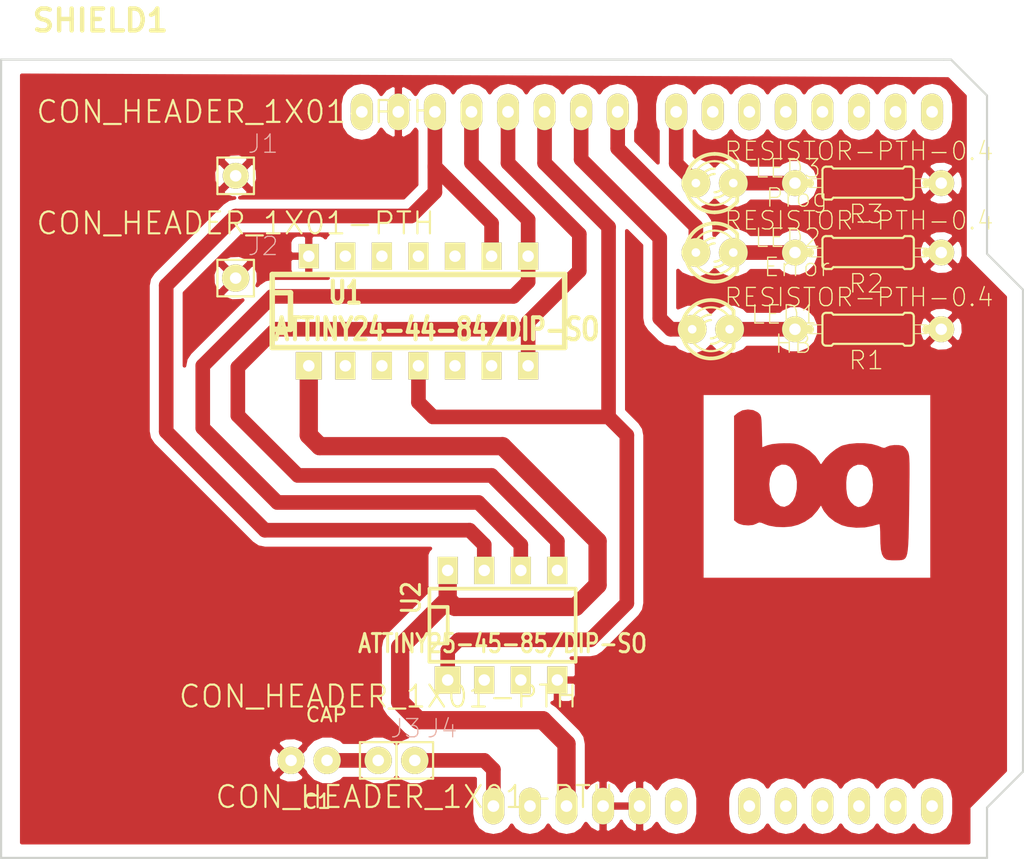
<source format=kicad_pcb>
(kicad_pcb (version 3) (host pcbnew "(2013-jul-07)-stable")

  (general
    (links 28)
    (no_connects 1)
    (area 17.204267 56.2356 90.073338 115.82)
    (thickness 1.6)
    (drawings 10)
    (tracks 83)
    (zones 0)
    (modules 15)
    (nets 15)
  )

  (page A3)
  (layers
    (15 F.Cu signal)
    (0 B.Cu signal)
    (16 B.Adhes user)
    (17 F.Adhes user)
    (18 B.Paste user)
    (19 F.Paste user)
    (20 B.SilkS user)
    (21 F.SilkS user)
    (22 B.Mask user)
    (23 F.Mask user)
    (24 Dwgs.User user)
    (25 Cmts.User user)
    (26 Eco1.User user)
    (27 Eco2.User user)
    (28 Edge.Cuts user)
  )

  (setup
    (last_trace_width 1.016)
    (trace_clearance 0.635)
    (zone_clearance 0.0254)
    (zone_45_only no)
    (trace_min 1.016)
    (segment_width 0.2)
    (edge_width 0.15)
    (via_size 0.889)
    (via_drill 0.635)
    (via_min_size 0.889)
    (via_min_drill 0.508)
    (uvia_size 0.508)
    (uvia_drill 0.127)
    (uvias_allowed no)
    (uvia_min_size 0.508)
    (uvia_min_drill 0.127)
    (pcb_text_width 0.3)
    (pcb_text_size 1 1)
    (mod_edge_width 0.15)
    (mod_text_size 1 1)
    (mod_text_width 0.15)
    (pad_size 1.4 1.7)
    (pad_drill 0.8)
    (pad_to_mask_clearance 0)
    (aux_axis_origin 0 0)
    (visible_elements FFFFFFAF)
    (pcbplotparams
      (layerselection 32768)
      (usegerberextensions true)
      (excludeedgelayer true)
      (linewidth 0.150000)
      (plotframeref false)
      (viasonmask false)
      (mode 1)
      (useauxorigin false)
      (hpglpennumber 1)
      (hpglpenspeed 20)
      (hpglpendiameter 15)
      (hpglpenoverlay 2)
      (psnegative false)
      (psa4output false)
      (plotreference true)
      (plotvalue true)
      (plotothertext true)
      (plotinvisibletext false)
      (padsonsilk false)
      (subtractmaskfromsilk false)
      (outputformat 1)
      (mirror false)
      (drillshape 0)
      (scaleselection 1)
      (outputdirectory "/home/luis-diaz/Escritorio/pcbs/programador attiny/gerber/"))
  )

  (net 0 "")
  (net 1 N-000001)
  (net 2 N-0000010)
  (net 3 N-0000011)
  (net 4 N-0000012)
  (net 5 N-0000013)
  (net 6 N-0000014)
  (net 7 N-000003)
  (net 8 N-000004)
  (net 9 N-000006)
  (net 10 N-000007)
  (net 11 N-000008)
  (net 12 N-000009)
  (net 13 gnd)
  (net 14 vcc)

  (net_class Default "This is the default net class."
    (clearance 0.635)
    (trace_width 1.016)
    (via_dia 0.889)
    (via_drill 0.635)
    (uvia_dia 0.508)
    (uvia_drill 0.127)
    (add_net "")
    (add_net N-000001)
    (add_net N-0000010)
    (add_net N-0000011)
    (add_net N-0000012)
    (add_net N-0000013)
    (add_net N-0000014)
    (add_net N-000003)
    (add_net N-000004)
    (add_net N-000006)
    (add_net N-000007)
    (add_net N-000008)
    (add_net N-000009)
    (add_net gnd)
  )

  (net_class vcc ""
    (clearance 0.635)
    (trace_width 1.27)
    (via_dia 0.889)
    (via_drill 0.635)
    (uvia_dia 0.508)
    (uvia_drill 0.127)
    (add_net vcc)
  )

  (module DIP-14__300 (layer F.Cu) (tedit 54DC5BAD) (tstamp 54DB3CC5)
    (at 41.998 29.978)
    (descr "14 pins DIL package, round pads")
    (tags DIL)
    (path /54CB94AC)
    (fp_text reference U1 (at -5.08 -1.27) (layer F.SilkS)
      (effects (font (size 1.524 1.143) (thickness 0.3048)))
    )
    (fp_text value ATTINY24-44-84/DIP-SO (at 1.27 1.27) (layer F.SilkS)
      (effects (font (size 1.524 1.143) (thickness 0.3048)))
    )
    (fp_line (start -10.16 -2.54) (end 10.16 -2.54) (layer F.SilkS) (width 0.381))
    (fp_line (start 10.16 2.54) (end -10.16 2.54) (layer F.SilkS) (width 0.381))
    (fp_line (start -10.16 2.54) (end -10.16 -2.54) (layer F.SilkS) (width 0.381))
    (fp_line (start -10.16 -1.27) (end -8.89 -1.27) (layer F.SilkS) (width 0.381))
    (fp_line (start -8.89 -1.27) (end -8.89 1.27) (layer F.SilkS) (width 0.381))
    (fp_line (start -8.89 1.27) (end -10.16 1.27) (layer F.SilkS) (width 0.381))
    (fp_line (start 10.16 -2.54) (end 10.16 2.54) (layer F.SilkS) (width 0.381))
    (pad 1 thru_hole rect (at -7.62 3.81) (size 1.8 1.9) (drill 0.8)
      (layers *.Cu *.Mask F.SilkS)
      (net 14 vcc)
    )
    (pad 2 thru_hole rect (at -5.08 3.81) (size 1.4 1.9) (drill 0.8)
      (layers *.Cu *.Mask F.SilkS)
    )
    (pad 3 thru_hole rect (at -2.54 3.81) (size 1.4 1.9) (drill 0.8)
      (layers *.Cu *.Mask F.SilkS)
    )
    (pad 4 thru_hole rect (at 0 3.81) (size 1.4 1.9) (drill 0.8)
      (layers *.Cu *.Mask F.SilkS)
      (net 3 N-0000011)
    )
    (pad 5 thru_hole rect (at 2.54 3.81) (size 1.4 1.9) (drill 0.8)
      (layers *.Cu *.Mask F.SilkS)
    )
    (pad 6 thru_hole rect (at 5.08 3.81) (size 1.4 1.9) (drill 0.8)
      (layers *.Cu *.Mask F.SilkS)
    )
    (pad 7 thru_hole rect (at 7.62 3.81) (size 1.4 1.9) (drill 0.8)
      (layers *.Cu *.Mask F.SilkS)
      (net 4 N-0000012)
    )
    (pad 8 thru_hole rect (at 7.62 -3.81) (size 1.4 1.9) (drill 0.8)
      (layers *.Cu *.Mask F.SilkS)
      (net 6 N-0000014)
    )
    (pad 9 thru_hole rect (at 5.08 -3.81) (size 1.4 1.9) (drill 0.8)
      (layers *.Cu *.Mask F.SilkS)
      (net 5 N-0000013)
    )
    (pad 10 thru_hole rect (at 2.54 -3.81) (size 1.4 1.9) (drill 0.8)
      (layers *.Cu *.Mask F.SilkS)
    )
    (pad 11 thru_hole rect (at 0 -3.81) (size 1.4 1.9) (drill 0.8)
      (layers *.Cu *.Mask F.SilkS)
    )
    (pad 12 thru_hole rect (at -2.54 -3.81) (size 1.4 1.9) (drill 0.8)
      (layers *.Cu *.Mask F.SilkS)
    )
    (pad 13 thru_hole rect (at -5.08 -3.81) (size 1.4 1.9) (drill 0.8)
      (layers *.Cu *.Mask F.SilkS)
    )
    (pad 14 thru_hole rect (at -7.62 -3.81) (size 1.4 1.7) (drill 0.8)
      (layers *.Cu *.Mask F.SilkS)
      (net 13 gnd)
    )
    (model dil/dil_14.wrl
      (at (xyz 0 0 0))
      (scale (xyz 1 1 1))
      (rotate (xyz 0 0 0))
    )
  )

  (module dp_devices-M1X1 (layer F.Cu) (tedit 54DC5968) (tstamp 54DB3C87)
    (at 29.298 20.58)
    (path /54CB811C)
    (attr virtual)
    (fp_text reference J1 (at 1.905 -2.2225) (layer B.SilkS)
      (effects (font (size 1.27 1.27) (thickness 0.0889)))
    )
    (fp_text value CON_HEADER_1X01-PTH (at 0 -4.445) (layer F.SilkS)
      (effects (font (size 1.524 1.524) (thickness 0.15)))
    )
    (fp_line (start -1.27 -1.27) (end 1.27 -1.27) (layer F.SilkS) (width 0.1524))
    (fp_line (start 1.27 -1.27) (end 1.27 1.27) (layer F.SilkS) (width 0.1524))
    (fp_line (start 1.27 1.27) (end -1.27 1.27) (layer F.SilkS) (width 0.1524))
    (fp_line (start -1.27 1.27) (end -1.27 -1.27) (layer F.SilkS) (width 0.1524))
    (pad 1 thru_hole circle (at 0 0) (size 1.8 1.8) (drill 0.8)
      (layers *.Cu F.Paste F.SilkS F.Mask)
      (net 13 gnd)
    )
  )

  (module dp_devices-M1X1 (layer F.Cu) (tedit 54DC594E) (tstamp 54DB3C7E)
    (at 29.298 27.692)
    (path /54CB80BA)
    (attr virtual)
    (fp_text reference J2 (at 1.905 -2.2225) (layer B.SilkS)
      (effects (font (size 1.27 1.27) (thickness 0.0889)))
    )
    (fp_text value CON_HEADER_1X01-PTH (at 0 -3.81) (layer F.SilkS)
      (effects (font (size 1.524 1.524) (thickness 0.15)))
    )
    (fp_line (start -1.27 -1.27) (end 1.27 -1.27) (layer F.SilkS) (width 0.1524))
    (fp_line (start 1.27 -1.27) (end 1.27 1.27) (layer F.SilkS) (width 0.1524))
    (fp_line (start 1.27 1.27) (end -1.27 1.27) (layer F.SilkS) (width 0.1524))
    (fp_line (start -1.27 1.27) (end -1.27 -1.27) (layer F.SilkS) (width 0.1524))
    (pad 1 thru_hole circle (at 0 0) (size 1.9 1.9) (drill 0.8)
      (layers *.Cu F.Paste F.SilkS F.Mask)
      (net 13 gnd)
    )
  )

  (module Cap_troughHole (layer F.Cu) (tedit 54DC5927) (tstamp 54DB4308)
    (at 35.648 61.22 180)
    (path /54DB4363)
    (fp_text reference C1 (at 0.7 -2.85 180) (layer F.SilkS)
      (effects (font (size 1 1) (thickness 0.15)))
    )
    (fp_text value CAP (at 0.05 3.175 180) (layer F.SilkS)
      (effects (font (size 1 1) (thickness 0.15)))
    )
    (pad 1 thru_hole circle (at 0 0 180) (size 1.9 1.9) (drill 0.8)
      (layers *.Cu *.Mask F.SilkS)
      (net 12 N-000009)
    )
    (pad 2 thru_hole circle (at 2.5 0 180) (size 1.9 1.9) (drill 0.8)
      (layers *.Cu *.Mask F.SilkS)
      (net 13 gnd)
    )
  )

  (module dp_devices-M1X1 (layer F.Cu) (tedit 54DC590A) (tstamp 54DB3DA7)
    (at 39.204 61.22)
    (path /54DB3D80)
    (attr virtual)
    (fp_text reference J3 (at 1.905 -2.2225) (layer B.SilkS)
      (effects (font (size 1.27 1.27) (thickness 0.0889)))
    )
    (fp_text value CON_HEADER_1X01-PTH (at 0 -4.445) (layer F.SilkS)
      (effects (font (size 1.524 1.524) (thickness 0.15)))
    )
    (fp_line (start -1.27 -1.27) (end 1.27 -1.27) (layer F.SilkS) (width 0.1524))
    (fp_line (start 1.27 -1.27) (end 1.27 1.27) (layer F.SilkS) (width 0.1524))
    (fp_line (start 1.27 1.27) (end -1.27 1.27) (layer F.SilkS) (width 0.1524))
    (fp_line (start -1.27 1.27) (end -1.27 -1.27) (layer F.SilkS) (width 0.1524))
    (pad 1 thru_hole circle (at 0 0) (size 1.9 1.9) (drill 0.8)
      (layers *.Cu F.Paste F.SilkS F.Mask)
      (net 12 N-000009)
    )
  )

  (module dp_devices-M1X1 (layer F.Cu) (tedit 54DC58C0) (tstamp 54DB3DB0)
    (at 41.744 61.22)
    (path /54DB3D86)
    (attr virtual)
    (fp_text reference J4 (at 1.905 -2.2225) (layer B.SilkS)
      (effects (font (size 1.27 1.27) (thickness 0.0889)))
    )
    (fp_text value CON_HEADER_1X01-PTH (at 0 2.54) (layer F.SilkS)
      (effects (font (size 1.524 1.524) (thickness 0.15)))
    )
    (fp_line (start -1.27 -1.27) (end 1.27 -1.27) (layer F.SilkS) (width 0.1524))
    (fp_line (start 1.27 -1.27) (end 1.27 1.27) (layer F.SilkS) (width 0.1524))
    (fp_line (start 1.27 1.27) (end -1.27 1.27) (layer F.SilkS) (width 0.1524))
    (fp_line (start -1.27 1.27) (end -1.27 -1.27) (layer F.SilkS) (width 0.1524))
    (pad 1 thru_hole circle (at 0 0) (size 1.9 1.9) (drill 0.8)
      (layers *.Cu F.Paste F.SilkS F.Mask)
      (net 2 N-0000010)
    )
  )

  (module DIP-8__300 (layer F.Cu) (tedit 54DC582C) (tstamp 54DB3C40)
    (at 47.84 51.822)
    (descr "8 pins DIL package, round pads")
    (tags DIL)
    (path /54CB3D03)
    (fp_text reference U2 (at -6.35 -1.905 90) (layer F.SilkS)
      (effects (font (size 1.27 1.143) (thickness 0.2032)))
    )
    (fp_text value ATTINY25-45-85/DIP-SO (at 0 1.27) (layer F.SilkS)
      (effects (font (size 1.27 1.016) (thickness 0.2032)))
    )
    (fp_line (start -5.08 -1.27) (end -3.81 -1.27) (layer F.SilkS) (width 0.254))
    (fp_line (start -3.81 -1.27) (end -3.81 1.27) (layer F.SilkS) (width 0.254))
    (fp_line (start -3.81 1.27) (end -5.08 1.27) (layer F.SilkS) (width 0.254))
    (fp_line (start -5.08 -2.54) (end 5.08 -2.54) (layer F.SilkS) (width 0.254))
    (fp_line (start 5.08 -2.54) (end 5.08 2.54) (layer F.SilkS) (width 0.254))
    (fp_line (start 5.08 2.54) (end -5.08 2.54) (layer F.SilkS) (width 0.254))
    (fp_line (start -5.08 2.54) (end -5.08 -2.54) (layer F.SilkS) (width 0.254))
    (pad 1 thru_hole rect (at -3.81 3.81) (size 1.8 1.9) (drill 0.8)
      (layers *.Cu *.Mask F.SilkS)
      (net 3 N-0000011)
    )
    (pad 2 thru_hole rect (at -1.27 3.81) (size 1.4 1.9) (drill 0.8)
      (layers *.Cu *.Mask F.SilkS)
    )
    (pad 3 thru_hole rect (at 1.27 3.81) (size 1.4 1.9) (drill 0.8)
      (layers *.Cu *.Mask F.SilkS)
    )
    (pad 4 thru_hole rect (at 3.81 3.81) (size 1.4 1.9) (drill 0.8)
      (layers *.Cu *.Mask F.SilkS)
      (net 13 gnd)
    )
    (pad 5 thru_hole rect (at 3.81 -3.81) (size 1.4 1.9) (drill 0.8)
      (layers *.Cu *.Mask F.SilkS)
      (net 4 N-0000012)
    )
    (pad 6 thru_hole rect (at 1.27 -3.81) (size 1.4 1.9) (drill 0.8)
      (layers *.Cu *.Mask F.SilkS)
      (net 6 N-0000014)
    )
    (pad 7 thru_hole rect (at -1.27 -3.81) (size 1.4 1.9) (drill 0.8)
      (layers *.Cu *.Mask F.SilkS)
      (net 5 N-0000013)
    )
    (pad 8 thru_hole rect (at -3.81 -3.81) (size 1.4 1.9) (drill 0.8)
      (layers *.Cu *.Mask F.SilkS)
      (net 14 vcc)
    )
    (model dil/dil_8.wrl
      (at (xyz 0 0 0))
      (scale (xyz 1 1 1))
      (rotate (xyz 0 0 0))
    )
  )

  (module ARDUINO_SHIELD_2 (layer F.Cu) (tedit 4DE3FAAE) (tstamp 54DC5909)
    (at 14.185 66.935)
    (path /54CB3EE3)
    (fp_text reference SHIELD1 (at 5.715 -57.15) (layer F.SilkS)
      (effects (font (size 1.524 1.524) (thickness 0.3048)))
    )
    (fp_text value ARDUINO_SHIELD (at 10.16 -54.61) (layer F.SilkS) hide
      (effects (font (size 1.524 1.524) (thickness 0.3048)))
    )
    (fp_line (start 0 -44.45) (end 10.16 -44.45) (layer Dwgs.User) (width 0.381))
    (fp_line (start 10.16 -44.45) (end 10.16 -31.75) (layer Dwgs.User) (width 0.381))
    (fp_line (start 10.16 -31.75) (end 0 -31.75) (layer Dwgs.User) (width 0.381))
    (fp_line (start 12.7 -4.318) (end 0 -4.318) (layer Dwgs.User) (width 0.381))
    (fp_line (start 0 -12.7) (end 12.7 -12.7) (layer Dwgs.User) (width 0.381))
    (fp_line (start 12.7 -12.7) (end 12.7 -4.572) (layer Dwgs.User) (width 0.381))
    (fp_circle (center 13.97 -2.54) (end 16.002 -1.524) (layer Dwgs.User) (width 0.381))
    (fp_circle (center 15.24 -50.8) (end 16.764 -49.276) (layer Dwgs.User) (width 0.381))
    (fp_circle (center 66.04 -7.62) (end 67.31 -6.096) (layer Dwgs.User) (width 0.381))
    (fp_circle (center 66.04 -35.56) (end 67.31 -34.036) (layer Dwgs.User) (width 0.381))
    (fp_line (start 66.04 -40.64) (end 66.04 -52.07) (layer Dwgs.User) (width 0.381))
    (fp_line (start 66.04 -52.07) (end 64.77 -53.34) (layer Dwgs.User) (width 0.381))
    (fp_line (start 64.77 -53.34) (end 0 -53.34) (layer Dwgs.User) (width 0.381))
    (fp_line (start 66.04 0) (end 0 0) (layer Dwgs.User) (width 0.381))
    (fp_line (start 0 0) (end 0 -53.34) (layer Dwgs.User) (width 0.381))
    (fp_line (start 66.04 -40.64) (end 68.58 -38.1) (layer Dwgs.User) (width 0.381))
    (fp_line (start 68.58 -38.1) (end 68.58 -5.08) (layer Dwgs.User) (width 0.381))
    (fp_line (start 68.58 -5.08) (end 66.04 -2.54) (layer Dwgs.User) (width 0.381))
    (fp_line (start 66.04 -2.54) (end 66.04 0) (layer Dwgs.User) (width 0.381))
    (pad AD5 thru_hole oval (at 63.5 -2.54 90) (size 2.54 1.524) (drill 0.8128)
      (layers *.Cu *.Mask F.SilkS)
    )
    (pad AD4 thru_hole oval (at 60.96 -2.54 90) (size 2.54 1.524) (drill 0.8128)
      (layers *.Cu *.Mask F.SilkS)
    )
    (pad AD3 thru_hole oval (at 58.42 -2.54 90) (size 2.54 1.524) (drill 0.8128)
      (layers *.Cu *.Mask F.SilkS)
    )
    (pad AD0 thru_hole oval (at 50.8 -2.54 90) (size 2.54 1.524) (drill 0.8128)
      (layers *.Cu *.Mask F.SilkS)
    )
    (pad AD1 thru_hole oval (at 53.34 -2.54 90) (size 2.54 1.524) (drill 0.8128)
      (layers *.Cu *.Mask F.SilkS)
    )
    (pad AD2 thru_hole oval (at 55.88 -2.54 90) (size 2.54 1.524) (drill 0.8128)
      (layers *.Cu *.Mask F.SilkS)
    )
    (pad V_IN thru_hole oval (at 45.72 -2.54 90) (size 2.54 1.524) (drill 0.8128)
      (layers *.Cu *.Mask F.SilkS)
    )
    (pad GND2 thru_hole oval (at 43.18 -2.54 90) (size 2.54 1.524) (drill 0.8128)
      (layers *.Cu *.Mask F.SilkS)
      (net 13 gnd)
    )
    (pad GND1 thru_hole oval (at 40.64 -2.54 90) (size 2.54 1.524) (drill 0.8128)
      (layers *.Cu *.Mask F.SilkS)
      (net 13 gnd)
    )
    (pad 3V3 thru_hole oval (at 35.56 -2.54 90) (size 2.54 1.524) (drill 0.8128)
      (layers *.Cu *.Mask F.SilkS)
    )
    (pad RST thru_hole oval (at 33.02 -2.54 90) (size 2.54 1.524) (drill 0.8128)
      (layers *.Cu *.Mask F.SilkS)
      (net 2 N-0000010)
    )
    (pad 0 thru_hole oval (at 63.5 -50.8 90) (size 2.54 1.524) (drill 0.8128)
      (layers *.Cu *.Mask F.SilkS)
    )
    (pad 1 thru_hole oval (at 60.96 -50.8 90) (size 2.54 1.524) (drill 0.8128)
      (layers *.Cu *.Mask F.SilkS)
    )
    (pad 2 thru_hole oval (at 58.42 -50.8 90) (size 2.54 1.524) (drill 0.8128)
      (layers *.Cu *.Mask F.SilkS)
    )
    (pad 3 thru_hole oval (at 55.88 -50.8 90) (size 2.54 1.524) (drill 0.8128)
      (layers *.Cu *.Mask F.SilkS)
    )
    (pad 4 thru_hole oval (at 53.34 -50.8 90) (size 2.54 1.524) (drill 0.8128)
      (layers *.Cu *.Mask F.SilkS)
    )
    (pad 5 thru_hole oval (at 50.8 -50.8 90) (size 2.54 1.524) (drill 0.8128)
      (layers *.Cu *.Mask F.SilkS)
    )
    (pad 6 thru_hole oval (at 48.26 -50.8 90) (size 2.54 1.524) (drill 0.8128)
      (layers *.Cu *.Mask F.SilkS)
    )
    (pad 7 thru_hole oval (at 45.72 -50.8 90) (size 2.54 1.524) (drill 0.8128)
      (layers *.Cu *.Mask F.SilkS)
      (net 8 N-000004)
    )
    (pad 8 thru_hole oval (at 41.656 -50.8 90) (size 2.54 1.524) (drill 0.8128)
      (layers *.Cu *.Mask F.SilkS)
      (net 7 N-000003)
    )
    (pad 9 thru_hole oval (at 39.116 -50.8 90) (size 2.54 1.524) (drill 0.8128)
      (layers *.Cu *.Mask F.SilkS)
      (net 1 N-000001)
    )
    (pad 10 thru_hole oval (at 36.576 -50.8 90) (size 2.54 1.524) (drill 0.8128)
      (layers *.Cu *.Mask F.SilkS)
      (net 3 N-0000011)
    )
    (pad 11 thru_hole oval (at 34.036 -50.8 90) (size 2.54 1.524) (drill 0.8128)
      (layers *.Cu *.Mask F.SilkS)
      (net 4 N-0000012)
    )
    (pad 12 thru_hole oval (at 31.496 -50.8 90) (size 2.54 1.524) (drill 0.8128)
      (layers *.Cu *.Mask F.SilkS)
      (net 6 N-0000014)
    )
    (pad 13 thru_hole oval (at 28.956 -50.8 90) (size 2.54 1.524) (drill 0.8128)
      (layers *.Cu *.Mask F.SilkS)
      (net 5 N-0000013)
    )
    (pad GND3 thru_hole oval (at 26.416 -50.8 90) (size 2.54 1.524) (drill 0.8128)
      (layers *.Cu *.Mask F.SilkS)
      (net 13 gnd)
    )
    (pad AREF thru_hole oval (at 23.876 -50.8 90) (size 2.54 1.524) (drill 0.8128)
      (layers *.Cu *.Mask F.SilkS)
    )
    (pad 5V thru_hole oval (at 38.1 -2.54 90) (size 2.54 1.524) (drill 0.8128)
      (layers *.Cu *.Mask F.SilkS)
      (net 14 vcc)
    )
  )

  (module Led_3mm_bigger_pads (layer F.Cu) (tedit 54D9E15F) (tstamp 54DB3BFB)
    (at 62.572 21.088)
    (path /54DB1460)
    (attr virtual)
    (fp_text reference LED3 (at 5.08 -1.016) (layer F.SilkS)
      (effects (font (size 1.27 1.27) (thickness 0.0889)))
    )
    (fp_text value Prog (at 5.715 1.016) (layer F.SilkS)
      (effects (font (size 1.27 1.27) (thickness 0.0889)))
    )
    (fp_line (start 1.5748 1.27) (end 1.5748 -1.27) (layer F.SilkS) (width 0.254))
    (fp_arc (start 0 0) (end -1.524 0) (angle 39.8) (layer F.SilkS) (width 0.1524))
    (fp_arc (start 0 0) (end -1.13792 1.01092) (angle 41.6) (layer F.SilkS) (width 0.1524))
    (fp_arc (start 0 0) (end 1.1557 -0.9906) (angle 40.6) (layer F.SilkS) (width 0.1524))
    (fp_arc (start 0 0) (end 1.524 0) (angle 39.8) (layer F.SilkS) (width 0.1524))
    (fp_arc (start 0 0) (end 0 -1.524) (angle 54.4) (layer F.SilkS) (width 0.1524))
    (fp_arc (start 0 0) (end -1.2192 -0.9144) (angle 53.1) (layer F.SilkS) (width 0.1524))
    (fp_arc (start 0 0) (end 1.20142 0.93472) (angle 52.1) (layer F.SilkS) (width 0.1524))
    (fp_arc (start 0 0) (end 0 1.524) (angle 52.1) (layer F.SilkS) (width 0.1524))
    (fp_arc (start 0 0) (end -0.635 0) (angle 90) (layer F.SilkS) (width 0.1524))
    (fp_arc (start 0 0) (end -1.016 0) (angle 90) (layer F.SilkS) (width 0.1524))
    (fp_arc (start 0 0) (end 0.635 0) (angle 90) (layer F.SilkS) (width 0.1524))
    (fp_arc (start 0 0) (end 1.016 0) (angle 90) (layer F.SilkS) (width 0.1524))
    (fp_arc (start 0 0) (end 0 -2.032) (angle 50.1) (layer F.SilkS) (width 0.254))
    (fp_arc (start 0 0) (end -1.7907 -0.95504) (angle 61.9) (layer F.SilkS) (width 0.254))
    (fp_arc (start 0 0) (end 1.5494 1.31064) (angle 49.7) (layer F.SilkS) (width 0.254))
    (fp_arc (start 0 0) (end 0 2.032) (angle 60.2) (layer F.SilkS) (width 0.254))
    (fp_arc (start 0 0) (end -2.032 0) (angle 28.3) (layer F.SilkS) (width 0.254))
    (fp_arc (start 0 0) (end -1.72974 1.06426) (angle 31.6) (layer F.SilkS) (width 0.254))
    (pad A thru_hole circle (at -1.3 0) (size 2 2) (drill 0.6)
      (layers *.Cu *.Mask F.SilkS)
      (net 8 N-000004)
    )
    (pad K thru_hole circle (at 1.3 0) (size 2 2) (drill 0.6)
      (layers *.Cu *.Mask F.SilkS)
      (net 9 N-000006)
    )
  )

  (module Led_3mm_bigger_pads (layer F.Cu) (tedit 54D9E15F) (tstamp 54DB3C14)
    (at 62.572 25.914)
    (path /54DB147C)
    (attr virtual)
    (fp_text reference LED2 (at 5.08 -1.016) (layer F.SilkS)
      (effects (font (size 1.27 1.27) (thickness 0.0889)))
    )
    (fp_text value Error (at 5.715 1.016) (layer F.SilkS)
      (effects (font (size 1.27 1.27) (thickness 0.0889)))
    )
    (fp_line (start 1.5748 1.27) (end 1.5748 -1.27) (layer F.SilkS) (width 0.254))
    (fp_arc (start 0 0) (end -1.524 0) (angle 39.8) (layer F.SilkS) (width 0.1524))
    (fp_arc (start 0 0) (end -1.13792 1.01092) (angle 41.6) (layer F.SilkS) (width 0.1524))
    (fp_arc (start 0 0) (end 1.1557 -0.9906) (angle 40.6) (layer F.SilkS) (width 0.1524))
    (fp_arc (start 0 0) (end 1.524 0) (angle 39.8) (layer F.SilkS) (width 0.1524))
    (fp_arc (start 0 0) (end 0 -1.524) (angle 54.4) (layer F.SilkS) (width 0.1524))
    (fp_arc (start 0 0) (end -1.2192 -0.9144) (angle 53.1) (layer F.SilkS) (width 0.1524))
    (fp_arc (start 0 0) (end 1.20142 0.93472) (angle 52.1) (layer F.SilkS) (width 0.1524))
    (fp_arc (start 0 0) (end 0 1.524) (angle 52.1) (layer F.SilkS) (width 0.1524))
    (fp_arc (start 0 0) (end -0.635 0) (angle 90) (layer F.SilkS) (width 0.1524))
    (fp_arc (start 0 0) (end -1.016 0) (angle 90) (layer F.SilkS) (width 0.1524))
    (fp_arc (start 0 0) (end 0.635 0) (angle 90) (layer F.SilkS) (width 0.1524))
    (fp_arc (start 0 0) (end 1.016 0) (angle 90) (layer F.SilkS) (width 0.1524))
    (fp_arc (start 0 0) (end 0 -2.032) (angle 50.1) (layer F.SilkS) (width 0.254))
    (fp_arc (start 0 0) (end -1.7907 -0.95504) (angle 61.9) (layer F.SilkS) (width 0.254))
    (fp_arc (start 0 0) (end 1.5494 1.31064) (angle 49.7) (layer F.SilkS) (width 0.254))
    (fp_arc (start 0 0) (end 0 2.032) (angle 60.2) (layer F.SilkS) (width 0.254))
    (fp_arc (start 0 0) (end -2.032 0) (angle 28.3) (layer F.SilkS) (width 0.254))
    (fp_arc (start 0 0) (end -1.72974 1.06426) (angle 31.6) (layer F.SilkS) (width 0.254))
    (pad A thru_hole circle (at -1.3 0) (size 2 2) (drill 0.6)
      (layers *.Cu *.Mask F.SilkS)
      (net 7 N-000003)
    )
    (pad K thru_hole circle (at 1.3 0) (size 2 2) (drill 0.6)
      (layers *.Cu *.Mask F.SilkS)
      (net 10 N-000007)
    )
  )

  (module Led_3mm_bigger_pads (layer F.Cu) (tedit 54D9E15F) (tstamp 54DB3C2D)
    (at 62.318 31.248)
    (path /54DB1498)
    (attr virtual)
    (fp_text reference LED1 (at 5.08 -1.016) (layer F.SilkS)
      (effects (font (size 1.27 1.27) (thickness 0.0889)))
    )
    (fp_text value HB (at 5.715 1.016) (layer F.SilkS)
      (effects (font (size 1.27 1.27) (thickness 0.0889)))
    )
    (fp_line (start 1.5748 1.27) (end 1.5748 -1.27) (layer F.SilkS) (width 0.254))
    (fp_arc (start 0 0) (end -1.524 0) (angle 39.8) (layer F.SilkS) (width 0.1524))
    (fp_arc (start 0 0) (end -1.13792 1.01092) (angle 41.6) (layer F.SilkS) (width 0.1524))
    (fp_arc (start 0 0) (end 1.1557 -0.9906) (angle 40.6) (layer F.SilkS) (width 0.1524))
    (fp_arc (start 0 0) (end 1.524 0) (angle 39.8) (layer F.SilkS) (width 0.1524))
    (fp_arc (start 0 0) (end 0 -1.524) (angle 54.4) (layer F.SilkS) (width 0.1524))
    (fp_arc (start 0 0) (end -1.2192 -0.9144) (angle 53.1) (layer F.SilkS) (width 0.1524))
    (fp_arc (start 0 0) (end 1.20142 0.93472) (angle 52.1) (layer F.SilkS) (width 0.1524))
    (fp_arc (start 0 0) (end 0 1.524) (angle 52.1) (layer F.SilkS) (width 0.1524))
    (fp_arc (start 0 0) (end -0.635 0) (angle 90) (layer F.SilkS) (width 0.1524))
    (fp_arc (start 0 0) (end -1.016 0) (angle 90) (layer F.SilkS) (width 0.1524))
    (fp_arc (start 0 0) (end 0.635 0) (angle 90) (layer F.SilkS) (width 0.1524))
    (fp_arc (start 0 0) (end 1.016 0) (angle 90) (layer F.SilkS) (width 0.1524))
    (fp_arc (start 0 0) (end 0 -2.032) (angle 50.1) (layer F.SilkS) (width 0.254))
    (fp_arc (start 0 0) (end -1.7907 -0.95504) (angle 61.9) (layer F.SilkS) (width 0.254))
    (fp_arc (start 0 0) (end 1.5494 1.31064) (angle 49.7) (layer F.SilkS) (width 0.254))
    (fp_arc (start 0 0) (end 0 2.032) (angle 60.2) (layer F.SilkS) (width 0.254))
    (fp_arc (start 0 0) (end -2.032 0) (angle 28.3) (layer F.SilkS) (width 0.254))
    (fp_arc (start 0 0) (end -1.72974 1.06426) (angle 31.6) (layer F.SilkS) (width 0.254))
    (pad A thru_hole circle (at -1.3 0) (size 2 2) (drill 0.6)
      (layers *.Cu *.Mask F.SilkS)
      (net 1 N-000001)
    )
    (pad K thru_hole circle (at 1.3 0) (size 2 2) (drill 0.6)
      (layers *.Cu *.Mask F.SilkS)
      (net 11 N-000008)
    )
  )

  (module dp_devices-RTH025W (layer F.Cu) (tedit 54D9E5A5) (tstamp 54DB429A)
    (at 73.24 21.088 180)
    (path /54DB4143)
    (attr virtual)
    (fp_text reference R3 (at 0.127 -2.159 180) (layer F.SilkS)
      (effects (font (size 1.27 1.27) (thickness 0.0889)))
    )
    (fp_text value RESISTOR-PTH-0.4 (at 0.635 2.2225 180) (layer F.SilkS)
      (effects (font (size 1.27 1.27) (thickness 0.0889)))
    )
    (fp_line (start 3.175 0.3048) (end 4.0386 0.3048) (layer F.SilkS) (width 0.06604))
    (fp_line (start 4.0386 0.3048) (end 4.0386 -0.3048) (layer F.SilkS) (width 0.06604))
    (fp_line (start 3.175 -0.3048) (end 4.0386 -0.3048) (layer F.SilkS) (width 0.06604))
    (fp_line (start 3.175 0.3048) (end 3.175 -0.3048) (layer F.SilkS) (width 0.06604))
    (fp_line (start -4.0386 0.3048) (end -3.175 0.3048) (layer F.SilkS) (width 0.06604))
    (fp_line (start -3.175 0.3048) (end -3.175 -0.3048) (layer F.SilkS) (width 0.06604))
    (fp_line (start -4.0386 -0.3048) (end -3.175 -0.3048) (layer F.SilkS) (width 0.06604))
    (fp_line (start -4.0386 0.3048) (end -4.0386 -0.3048) (layer F.SilkS) (width 0.06604))
    (fp_line (start 5.08 0) (end 4.064 0) (layer F.SilkS) (width 0.6096))
    (fp_line (start -5.08 0) (end -4.064 0) (layer F.SilkS) (width 0.6096))
    (fp_line (start -3.175 0.889) (end -3.175 -0.889) (layer F.SilkS) (width 0.1524))
    (fp_line (start -2.921 -1.143) (end -2.54 -1.143) (layer F.SilkS) (width 0.1524))
    (fp_line (start -2.413 -1.016) (end -2.54 -1.143) (layer F.SilkS) (width 0.1524))
    (fp_line (start -2.921 1.143) (end -2.54 1.143) (layer F.SilkS) (width 0.1524))
    (fp_line (start -2.413 1.016) (end -2.54 1.143) (layer F.SilkS) (width 0.1524))
    (fp_line (start 2.413 -1.016) (end 2.54 -1.143) (layer F.SilkS) (width 0.1524))
    (fp_line (start 2.413 -1.016) (end -2.413 -1.016) (layer F.SilkS) (width 0.1524))
    (fp_line (start 2.413 1.016) (end 2.54 1.143) (layer F.SilkS) (width 0.1524))
    (fp_line (start 2.413 1.016) (end -2.413 1.016) (layer F.SilkS) (width 0.1524))
    (fp_line (start 2.921 -1.143) (end 2.54 -1.143) (layer F.SilkS) (width 0.1524))
    (fp_line (start 2.921 1.143) (end 2.54 1.143) (layer F.SilkS) (width 0.1524))
    (fp_line (start 3.175 0.889) (end 3.175 -0.889) (layer F.SilkS) (width 0.1524))
    (fp_arc (start -2.921 -0.889) (end -3.175 -0.889) (angle 90) (layer F.SilkS) (width 0.1524))
    (fp_arc (start -2.921 0.889) (end -2.921 1.143) (angle 90) (layer F.SilkS) (width 0.1524))
    (fp_arc (start 2.921 0.889) (end 3.175 0.889) (angle 90) (layer F.SilkS) (width 0.1524))
    (fp_arc (start 2.921 -0.889) (end 2.921 -1.143) (angle 90) (layer F.SilkS) (width 0.1524))
    (pad 1 thru_hole circle (at -5.08 0 180) (size 1.8 1.8) (drill 0.8)
      (layers *.Cu F.Paste F.SilkS F.Mask)
      (net 13 gnd)
    )
    (pad 2 thru_hole circle (at 5.08 0 180) (size 1.8 1.8) (drill 0.8)
      (layers *.Cu F.Paste F.SilkS F.Mask)
      (net 9 N-000006)
    )
  )

  (module dp_devices-RTH025W (layer F.Cu) (tedit 54D9E5A5) (tstamp 54DB42BA)
    (at 73.24 25.914 180)
    (path /54DB415A)
    (attr virtual)
    (fp_text reference R2 (at 0.127 -2.159 180) (layer F.SilkS)
      (effects (font (size 1.27 1.27) (thickness 0.0889)))
    )
    (fp_text value RESISTOR-PTH-0.4 (at 0.635 2.2225 180) (layer F.SilkS)
      (effects (font (size 1.27 1.27) (thickness 0.0889)))
    )
    (fp_line (start 3.175 0.3048) (end 4.0386 0.3048) (layer F.SilkS) (width 0.06604))
    (fp_line (start 4.0386 0.3048) (end 4.0386 -0.3048) (layer F.SilkS) (width 0.06604))
    (fp_line (start 3.175 -0.3048) (end 4.0386 -0.3048) (layer F.SilkS) (width 0.06604))
    (fp_line (start 3.175 0.3048) (end 3.175 -0.3048) (layer F.SilkS) (width 0.06604))
    (fp_line (start -4.0386 0.3048) (end -3.175 0.3048) (layer F.SilkS) (width 0.06604))
    (fp_line (start -3.175 0.3048) (end -3.175 -0.3048) (layer F.SilkS) (width 0.06604))
    (fp_line (start -4.0386 -0.3048) (end -3.175 -0.3048) (layer F.SilkS) (width 0.06604))
    (fp_line (start -4.0386 0.3048) (end -4.0386 -0.3048) (layer F.SilkS) (width 0.06604))
    (fp_line (start 5.08 0) (end 4.064 0) (layer F.SilkS) (width 0.6096))
    (fp_line (start -5.08 0) (end -4.064 0) (layer F.SilkS) (width 0.6096))
    (fp_line (start -3.175 0.889) (end -3.175 -0.889) (layer F.SilkS) (width 0.1524))
    (fp_line (start -2.921 -1.143) (end -2.54 -1.143) (layer F.SilkS) (width 0.1524))
    (fp_line (start -2.413 -1.016) (end -2.54 -1.143) (layer F.SilkS) (width 0.1524))
    (fp_line (start -2.921 1.143) (end -2.54 1.143) (layer F.SilkS) (width 0.1524))
    (fp_line (start -2.413 1.016) (end -2.54 1.143) (layer F.SilkS) (width 0.1524))
    (fp_line (start 2.413 -1.016) (end 2.54 -1.143) (layer F.SilkS) (width 0.1524))
    (fp_line (start 2.413 -1.016) (end -2.413 -1.016) (layer F.SilkS) (width 0.1524))
    (fp_line (start 2.413 1.016) (end 2.54 1.143) (layer F.SilkS) (width 0.1524))
    (fp_line (start 2.413 1.016) (end -2.413 1.016) (layer F.SilkS) (width 0.1524))
    (fp_line (start 2.921 -1.143) (end 2.54 -1.143) (layer F.SilkS) (width 0.1524))
    (fp_line (start 2.921 1.143) (end 2.54 1.143) (layer F.SilkS) (width 0.1524))
    (fp_line (start 3.175 0.889) (end 3.175 -0.889) (layer F.SilkS) (width 0.1524))
    (fp_arc (start -2.921 -0.889) (end -3.175 -0.889) (angle 90) (layer F.SilkS) (width 0.1524))
    (fp_arc (start -2.921 0.889) (end -2.921 1.143) (angle 90) (layer F.SilkS) (width 0.1524))
    (fp_arc (start 2.921 0.889) (end 3.175 0.889) (angle 90) (layer F.SilkS) (width 0.1524))
    (fp_arc (start 2.921 -0.889) (end 2.921 -1.143) (angle 90) (layer F.SilkS) (width 0.1524))
    (pad 1 thru_hole circle (at -5.08 0 180) (size 1.8 1.8) (drill 0.8)
      (layers *.Cu F.Paste F.SilkS F.Mask)
      (net 13 gnd)
    )
    (pad 2 thru_hole circle (at 5.08 0 180) (size 1.8 1.8) (drill 0.8)
      (layers *.Cu F.Paste F.SilkS F.Mask)
      (net 10 N-000007)
    )
  )

  (module dp_devices-RTH025W (layer F.Cu) (tedit 54D9E5A5) (tstamp 54DB42DA)
    (at 73.24 31.248 180)
    (path /54DB4160)
    (attr virtual)
    (fp_text reference R1 (at 0.127 -2.159 180) (layer F.SilkS)
      (effects (font (size 1.27 1.27) (thickness 0.0889)))
    )
    (fp_text value RESISTOR-PTH-0.4 (at 0.635 2.2225 180) (layer F.SilkS)
      (effects (font (size 1.27 1.27) (thickness 0.0889)))
    )
    (fp_line (start 3.175 0.3048) (end 4.0386 0.3048) (layer F.SilkS) (width 0.06604))
    (fp_line (start 4.0386 0.3048) (end 4.0386 -0.3048) (layer F.SilkS) (width 0.06604))
    (fp_line (start 3.175 -0.3048) (end 4.0386 -0.3048) (layer F.SilkS) (width 0.06604))
    (fp_line (start 3.175 0.3048) (end 3.175 -0.3048) (layer F.SilkS) (width 0.06604))
    (fp_line (start -4.0386 0.3048) (end -3.175 0.3048) (layer F.SilkS) (width 0.06604))
    (fp_line (start -3.175 0.3048) (end -3.175 -0.3048) (layer F.SilkS) (width 0.06604))
    (fp_line (start -4.0386 -0.3048) (end -3.175 -0.3048) (layer F.SilkS) (width 0.06604))
    (fp_line (start -4.0386 0.3048) (end -4.0386 -0.3048) (layer F.SilkS) (width 0.06604))
    (fp_line (start 5.08 0) (end 4.064 0) (layer F.SilkS) (width 0.6096))
    (fp_line (start -5.08 0) (end -4.064 0) (layer F.SilkS) (width 0.6096))
    (fp_line (start -3.175 0.889) (end -3.175 -0.889) (layer F.SilkS) (width 0.1524))
    (fp_line (start -2.921 -1.143) (end -2.54 -1.143) (layer F.SilkS) (width 0.1524))
    (fp_line (start -2.413 -1.016) (end -2.54 -1.143) (layer F.SilkS) (width 0.1524))
    (fp_line (start -2.921 1.143) (end -2.54 1.143) (layer F.SilkS) (width 0.1524))
    (fp_line (start -2.413 1.016) (end -2.54 1.143) (layer F.SilkS) (width 0.1524))
    (fp_line (start 2.413 -1.016) (end 2.54 -1.143) (layer F.SilkS) (width 0.1524))
    (fp_line (start 2.413 -1.016) (end -2.413 -1.016) (layer F.SilkS) (width 0.1524))
    (fp_line (start 2.413 1.016) (end 2.54 1.143) (layer F.SilkS) (width 0.1524))
    (fp_line (start 2.413 1.016) (end -2.413 1.016) (layer F.SilkS) (width 0.1524))
    (fp_line (start 2.921 -1.143) (end 2.54 -1.143) (layer F.SilkS) (width 0.1524))
    (fp_line (start 2.921 1.143) (end 2.54 1.143) (layer F.SilkS) (width 0.1524))
    (fp_line (start 3.175 0.889) (end 3.175 -0.889) (layer F.SilkS) (width 0.1524))
    (fp_arc (start -2.921 -0.889) (end -3.175 -0.889) (angle 90) (layer F.SilkS) (width 0.1524))
    (fp_arc (start -2.921 0.889) (end -2.921 1.143) (angle 90) (layer F.SilkS) (width 0.1524))
    (fp_arc (start 2.921 0.889) (end 3.175 0.889) (angle 90) (layer F.SilkS) (width 0.1524))
    (fp_arc (start 2.921 -0.889) (end 2.921 -1.143) (angle 90) (layer F.SilkS) (width 0.1524))
    (pad 1 thru_hole circle (at -5.08 0 180) (size 1.8 1.8) (drill 0.8)
      (layers *.Cu F.Paste F.SilkS F.Mask)
      (net 13 gnd)
    )
    (pad 2 thru_hole circle (at 5.08 0 180) (size 1.8 1.8) (drill 0.8)
      (layers *.Cu F.Paste F.SilkS F.Mask)
      (net 11 N-000008)
    )
  )

  (module LOGO (layer F.Cu) (tedit 0) (tstamp 54DC5BD2)
    (at 69.938 41.916)
    (fp_text reference "" (at 0 0) (layer F.SilkS)
      (effects (font (size 1.524 1.524) (thickness 0.15)))
    )
    (fp_text value "" (at 0 0) (layer F.SilkS)
      (effects (font (size 1.524 1.524) (thickness 0.15)))
    )
    (fp_poly (pts (xy 6.17982 -0.54356) (xy 6.17474 0.04572) (xy 6.16458 0.7747) (xy 6.15442 1.52146)
      (xy 6.14172 2.42824) (xy 6.12902 3.18008) (xy 6.11378 3.79222) (xy 6.09092 4.27736)
      (xy 6.06044 4.65328) (xy 6.01726 4.93268) (xy 5.95884 5.12826) (xy 5.8801 5.2578)
      (xy 5.77596 5.33654) (xy 5.64896 5.37464) (xy 5.48894 5.38988) (xy 5.2959 5.39496)
      (xy 5.24002 5.3975) (xy 4.93268 5.39496) (xy 4.67868 5.36702) (xy 4.54914 5.32892)
      (xy 4.3815 5.18414) (xy 4.26466 4.96824) (xy 4.191 4.65074) (xy 4.15544 4.21132)
      (xy 4.14782 3.81508) (xy 4.14274 3.43916) (xy 4.1275 3.1369) (xy 4.10718 2.93878)
      (xy 4.08432 2.88036) (xy 3.97256 2.90322) (xy 3.75666 2.96164) (xy 3.64236 2.99466)
      (xy 3.64236 0.14478) (xy 3.60172 -0.29972) (xy 3.48234 -0.70104) (xy 3.28168 -1.02362)
      (xy 3.19786 -1.10236) (xy 2.90576 -1.24714) (xy 2.58064 -1.25476) (xy 2.26822 -1.13538)
      (xy 2.00914 -0.90678) (xy 1.8923 -0.70358) (xy 1.8161 -0.40132) (xy 1.78054 -0.00508)
      (xy 1.78816 0.4191) (xy 1.83642 0.80518) (xy 1.91516 1.06934) (xy 2.10312 1.35636)
      (xy 2.33934 1.57734) (xy 2.5781 1.68656) (xy 2.63906 1.69418) (xy 2.82702 1.65608)
      (xy 3.05308 1.56464) (xy 3.05816 1.5621) (xy 3.31216 1.34112) (xy 3.49758 1.00584)
      (xy 3.6068 0.59436) (xy 3.64236 0.14478) (xy 3.64236 2.99466) (xy 3.6068 3.00736)
      (xy 3.06832 3.1115) (xy 2.46888 3.12928) (xy 1.88468 3.06578) (xy 1.4732 2.95402)
      (xy 0.9906 2.71018) (xy 0.56388 2.37744) (xy 0.24638 1.99644) (xy 0.17526 1.87706)
      (xy 0.0254 1.58242) (xy -0.23368 1.96088) (xy -0.60452 2.37744) (xy -1.09728 2.71526)
      (xy -1.56718 2.92862) (xy -1.64338 2.9464) (xy -1.64338 -0.07112) (xy -1.72974 -0.50038)
      (xy -1.89738 -0.8509) (xy -2.12598 -1.1049) (xy -2.40284 -1.24714) (xy -2.70764 -1.26238)
      (xy -3.02514 -1.12776) (xy -3.1242 -1.05156) (xy -3.36804 -0.74422) (xy -3.51536 -0.3429)
      (xy -3.56616 0.11176) (xy -3.52552 0.57658) (xy -3.3909 1.00584) (xy -3.1623 1.35636)
      (xy -3.0861 1.43256) (xy -2.78638 1.63576) (xy -2.51206 1.67894) (xy -2.23774 1.56718)
      (xy -2.16916 1.51638) (xy -1.92024 1.2573) (xy -1.75514 0.91948) (xy -1.65862 0.45974)
      (xy -1.65354 0.4191) (xy -1.64338 -0.07112) (xy -1.64338 2.9464) (xy -2.02184 3.04546)
      (xy -2.5527 3.09118) (xy -3.0988 3.07086) (xy -3.59156 2.98196) (xy -3.84048 2.8956)
      (xy -4.0894 2.79146) (xy -4.24434 2.76098) (xy -4.36372 2.794) (xy -4.42976 2.83718)
      (xy -4.68376 2.93624) (xy -5.02158 2.96926) (xy -5.37718 2.94132) (xy -5.67944 2.85242)
      (xy -5.78866 2.78892) (xy -6.01218 2.61366) (xy -6.01218 -1.01346) (xy -6.01218 -4.64058)
      (xy -5.75056 -4.86156) (xy -5.43306 -5.03174) (xy -5.05206 -5.0927) (xy -4.67614 -5.04698)
      (xy -4.35864 -4.8895) (xy -4.3434 -4.87426) (xy -4.24688 -4.78536) (xy -4.18084 -4.69392)
      (xy -4.13766 -4.56692) (xy -4.10972 -4.37388) (xy -4.09448 -4.07924) (xy -4.08178 -3.65252)
      (xy -4.07924 -3.5687) (xy -4.0513 -2.46634) (xy -3.69824 -2.60096) (xy -3.36296 -2.68478)
      (xy -2.89052 -2.73304) (xy -2.54 -2.7432) (xy -2.1336 -2.74066) (xy -1.8415 -2.7178)
      (xy -1.60528 -2.667) (xy -1.3716 -2.57556) (xy -1.27 -2.52984) (xy -0.77216 -2.22758)
      (xy -0.36322 -1.8542) (xy -0.10922 -1.48844) (xy -0.01524 -1.3208) (xy 0.04572 -1.29286)
      (xy 0.11176 -1.38684) (xy 0.11684 -1.397) (xy 0.34544 -1.70688) (xy 0.67056 -2.02946)
      (xy 1.0414 -2.32156) (xy 1.40208 -2.53746) (xy 1.53162 -2.5908) (xy 1.98374 -2.69748)
      (xy 2.51206 -2.74828) (xy 3.05562 -2.74574) (xy 3.56108 -2.68732) (xy 3.97002 -2.57302)
      (xy 4.00812 -2.55778) (xy 4.25704 -2.45364) (xy 4.41198 -2.42062) (xy 4.53136 -2.45618)
      (xy 4.59994 -2.49936) (xy 4.8133 -2.5781) (xy 5.1181 -2.61874) (xy 5.43814 -2.61366)
      (xy 5.7023 -2.56286) (xy 5.76072 -2.53746) (xy 5.91058 -2.40284) (xy 6.05536 -2.1971)
      (xy 6.06552 -2.17678) (xy 6.10108 -2.0955) (xy 6.12902 -1.99136) (xy 6.15188 -1.84658)
      (xy 6.16712 -1.64592) (xy 6.17728 -1.37414) (xy 6.17982 -1.01092) (xy 6.17982 -0.54356)
      (xy 6.17982 -0.54356)) (layer F.Cu) (width 0.00254))
  )

  (gr_line (start 79 12.5) (end 78.5 12.5) (angle 90) (layer Edge.Cuts) (width 0.15))
  (gr_line (start 81.5 15) (end 79 12.5) (angle 90) (layer Edge.Cuts) (width 0.15))
  (gr_line (start 81.5 26) (end 81.5 15) (angle 90) (layer Edge.Cuts) (width 0.15))
  (gr_line (start 84 28.5) (end 81.5 26) (angle 90) (layer Edge.Cuts) (width 0.15))
  (gr_line (start 84 62) (end 84 28.5) (angle 90) (layer Edge.Cuts) (width 0.15))
  (gr_line (start 81.5 64.5) (end 84 62) (angle 90) (layer Edge.Cuts) (width 0.15))
  (gr_line (start 81.5 68) (end 81.5 64.5) (angle 90) (layer Edge.Cuts) (width 0.15))
  (gr_line (start 13 68) (end 81.5 68) (angle 90) (layer Edge.Cuts) (width 0.15))
  (gr_line (start 13 12.5) (end 13 68) (angle 90) (layer Edge.Cuts) (width 0.15))
  (gr_line (start 78.5 12.5) (end 13 12.5) (angle 90) (layer Edge.Cuts) (width 0.15))

  (segment (start 53.301 16.135) (end 53.301 19.437) (width 1.016) (layer F.Cu) (net 1))
  (segment (start 59.524 31.248) (end 61.018 31.248) (width 1.016) (layer F.Cu) (net 1) (tstamp 54DB44F7))
  (segment (start 58.762 30.486) (end 59.524 31.248) (width 1.016) (layer F.Cu) (net 1) (tstamp 54DB44F6))
  (segment (start 58.762 24.898) (end 58.762 30.486) (width 1.016) (layer F.Cu) (net 1) (tstamp 54DB44F4))
  (segment (start 53.301 19.437) (end 58.762 24.898) (width 1.016) (layer F.Cu) (net 1) (tstamp 54DB44F3))
  (segment (start 41.744 61.22) (end 46.57 61.22) (width 1.016) (layer F.Cu) (net 2))
  (segment (start 47.205 61.855) (end 47.205 64.395) (width 1.016) (layer F.Cu) (net 2) (tstamp 54DB45C0))
  (segment (start 46.57 61.22) (end 47.205 61.855) (width 1.016) (layer F.Cu) (net 2) (tstamp 54DB45BF))
  (segment (start 50.761 16.135) (end 50.761 19.691) (width 1.016) (layer F.Cu) (net 3))
  (segment (start 55.206 24.136) (end 55.206 37.344) (width 1.016) (layer F.Cu) (net 3) (tstamp 54DB5565))
  (segment (start 50.761 19.691) (end 55.206 24.136) (width 1.016) (layer F.Cu) (net 3) (tstamp 54DB5562))
  (segment (start 41.998 33.788) (end 41.998 36.328) (width 1.016) (layer F.Cu) (net 3))
  (segment (start 55.206 37.344) (end 56.476 38.614) (width 1.016) (layer F.Cu) (net 3) (tstamp 54DB5553))
  (segment (start 43.014 37.344) (end 55.206 37.344) (width 1.016) (layer F.Cu) (net 3) (tstamp 54DB5551))
  (segment (start 41.998 36.328) (end 43.014 37.344) (width 1.016) (layer F.Cu) (net 3) (tstamp 54DB554E))
  (segment (start 44.03 55.632) (end 44.03 53.6) (width 1.016) (layer F.Cu) (net 3))
  (segment (start 56.476 50.298) (end 56.476 38.614) (width 1.016) (layer F.Cu) (net 3) (tstamp 54DB5531))
  (segment (start 53.936 52.838) (end 56.476 50.298) (width 1.016) (layer F.Cu) (net 3) (tstamp 54DB552F))
  (segment (start 44.792 52.838) (end 53.936 52.838) (width 1.016) (layer F.Cu) (net 3) (tstamp 54DB552D))
  (segment (start 44.03 53.6) (end 44.792 52.838) (width 1.016) (layer F.Cu) (net 3) (tstamp 54DB552C))
  (segment (start 51.65 48.012) (end 51.65 45.98) (width 1.016) (layer F.Cu) (net 4))
  (segment (start 32.092 31.248) (end 49.618 31.248) (width 1.016) (layer F.Cu) (net 4) (tstamp 54DB54E9))
  (segment (start 29.449435 33.890565) (end 32.092 31.248) (width 1.016) (layer F.Cu) (net 4) (tstamp 54DB54E8))
  (segment (start 29.449435 37.241435) (end 29.449435 33.890565) (width 1.016) (layer F.Cu) (net 4) (tstamp 54DB54E7))
  (segment (start 33.616 41.408) (end 29.449435 37.241435) (width 1.016) (layer F.Cu) (net 4) (tstamp 54DB54E5))
  (segment (start 47.078 41.408) (end 33.616 41.408) (width 1.016) (layer F.Cu) (net 4) (tstamp 54DB54E3))
  (segment (start 51.65 45.98) (end 47.078 41.408) (width 1.016) (layer F.Cu) (net 4) (tstamp 54DB54E0))
  (segment (start 48.221 16.135) (end 48.221 19.691) (width 1.016) (layer F.Cu) (net 4))
  (segment (start 49.618 30.74) (end 49.618 31.248) (width 1.016) (layer F.Cu) (net 4) (tstamp 54DB4035))
  (segment (start 49.618 31.248) (end 49.618 33.788) (width 1.016) (layer F.Cu) (net 4) (tstamp 54DB4066))
  (segment (start 53.174 27.184) (end 49.618 30.74) (width 1.016) (layer F.Cu) (net 4) (tstamp 54DB4034))
  (segment (start 53.174 24.644) (end 53.174 27.184) (width 1.016) (layer F.Cu) (net 4) (tstamp 54DB4032))
  (segment (start 48.221 19.691) (end 53.174 24.644) (width 1.016) (layer F.Cu) (net 4) (tstamp 54DB4031))
  (segment (start 46.57 48.012) (end 46.57 46.234) (width 1.016) (layer F.Cu) (net 5))
  (segment (start 43.141 21.723) (end 43.141 19.945) (width 1.016) (layer F.Cu) (net 5) (tstamp 54DB54B6))
  (segment (start 41.49 23.374) (end 43.141 21.723) (width 1.016) (layer F.Cu) (net 5) (tstamp 54DB54B5))
  (segment (start 29.298 23.374) (end 41.49 23.374) (width 1.016) (layer F.Cu) (net 5) (tstamp 54DB54B3))
  (segment (start 24.472 28.2) (end 29.298 23.374) (width 1.016) (layer F.Cu) (net 5) (tstamp 54DB54B0))
  (segment (start 24.472 38.36) (end 24.472 28.2) (width 1.016) (layer F.Cu) (net 5) (tstamp 54DB54AD))
  (segment (start 31.33 45.218) (end 24.472 38.36) (width 1.016) (layer F.Cu) (net 5) (tstamp 54DB54A7))
  (segment (start 45.554 45.218) (end 31.33 45.218) (width 1.016) (layer F.Cu) (net 5) (tstamp 54DB549D))
  (segment (start 46.57 46.234) (end 45.554 45.218) (width 1.016) (layer F.Cu) (net 5) (tstamp 54DB549A))
  (segment (start 43.141 16.135) (end 43.141 19.945) (width 1.016) (layer F.Cu) (net 5))
  (segment (start 47.078 23.882) (end 47.078 26.168) (width 1.016) (layer F.Cu) (net 5) (tstamp 54DB402A))
  (segment (start 43.141 19.945) (end 46.57 23.374) (width 1.016) (layer F.Cu) (net 5) (tstamp 54DB4029))
  (segment (start 46.57 23.374) (end 47.078 23.882) (width 1.016) (layer F.Cu) (net 5) (tstamp 54DB404D))
  (segment (start 49.11 48.012) (end 49.11 46.234) (width 1.016) (layer F.Cu) (net 6))
  (segment (start 49.618 27.946) (end 49.618 26.168) (width 1.016) (layer F.Cu) (net 6) (tstamp 54DB54CB))
  (segment (start 48.602 28.962) (end 49.618 27.946) (width 1.016) (layer F.Cu) (net 6) (tstamp 54DB54CA))
  (segment (start 31.838 28.962) (end 48.602 28.962) (width 1.016) (layer F.Cu) (net 6) (tstamp 54DB54C8))
  (segment (start 27.012 33.788) (end 31.838 28.962) (width 1.016) (layer F.Cu) (net 6) (tstamp 54DB54C6))
  (segment (start 27.012 38.106) (end 27.012 33.788) (width 1.016) (layer F.Cu) (net 6) (tstamp 54DB54C3))
  (segment (start 32.194565 43.288565) (end 27.012 38.106) (width 1.016) (layer F.Cu) (net 6) (tstamp 54DB54C0))
  (segment (start 46.164565 43.288565) (end 32.194565 43.288565) (width 1.016) (layer F.Cu) (net 6) (tstamp 54DB54BE))
  (segment (start 49.11 46.234) (end 46.164565 43.288565) (width 1.016) (layer F.Cu) (net 6) (tstamp 54DB54BC))
  (segment (start 45.681 16.135) (end 45.681 19.691) (width 1.016) (layer F.Cu) (net 6))
  (segment (start 49.618 23.628) (end 49.618 26.168) (width 1.016) (layer F.Cu) (net 6) (tstamp 54DB402E))
  (segment (start 45.681 19.691) (end 49.618 23.628) (width 1.016) (layer F.Cu) (net 6) (tstamp 54DB402D))
  (segment (start 55.841 16.135) (end 55.841 18.675) (width 1.016) (layer F.Cu) (net 7))
  (segment (start 61.272 24.106) (end 61.272 25.914) (width 1.016) (layer F.Cu) (net 7) (tstamp 54DB44F0))
  (segment (start 55.841 18.675) (end 61.272 24.106) (width 1.016) (layer F.Cu) (net 7) (tstamp 54DB44EF))
  (segment (start 59.905 16.135) (end 59.905 19.721) (width 1.016) (layer F.Cu) (net 8))
  (segment (start 59.905 19.721) (end 61.272 21.088) (width 1.016) (layer F.Cu) (net 8) (tstamp 54DB44EC))
  (segment (start 68.16 21.088) (end 63.872 21.088) (width 1.016) (layer F.Cu) (net 9))
  (segment (start 68.16 25.914) (end 63.872 25.914) (width 1.016) (layer F.Cu) (net 10))
  (segment (start 68.16 31.248) (end 63.618 31.248) (width 1.016) (layer F.Cu) (net 11))
  (segment (start 39.204 61.22) (end 35.648 61.22) (width 1.016) (layer F.Cu) (net 12))
  (segment (start 34.378 33.788) (end 34.378 38.614) (width 1.27) (layer F.Cu) (net 14))
  (segment (start 44.538 50.552) (end 44.03 50.044) (width 1.27) (layer F.Cu) (net 14) (tstamp 54DB5528))
  (segment (start 52.92 50.552) (end 44.538 50.552) (width 1.27) (layer F.Cu) (net 14) (tstamp 54DB5521))
  (segment (start 54.444 49.028) (end 52.92 50.552) (width 1.27) (layer F.Cu) (net 14) (tstamp 54DB551F))
  (segment (start 54.444 45.98) (end 54.444 49.028) (width 1.27) (layer F.Cu) (net 14) (tstamp 54DB551E))
  (segment (start 47.84 39.376) (end 54.444 45.98) (width 1.27) (layer F.Cu) (net 14) (tstamp 54DB551A))
  (segment (start 35.14 39.376) (end 47.84 39.376) (width 1.27) (layer F.Cu) (net 14) (tstamp 54DB5517))
  (segment (start 34.378 38.614) (end 35.14 39.376) (width 1.27) (layer F.Cu) (net 14) (tstamp 54DB5515))
  (segment (start 44.03 48.012) (end 44.03 50.044) (width 1.27) (layer F.Cu) (net 14))
  (segment (start 52.285 64.395) (end 52.285 60.077) (width 1.27) (layer F.Cu) (net 14))
  (segment (start 40.728 53.346) (end 42.506 51.568) (width 1.27) (layer F.Cu) (net 14) (tstamp 54DB45B3))
  (segment (start 42.506 51.568) (end 44.03 50.044) (width 1.27) (layer F.Cu) (net 14) (tstamp 54DB5509))
  (segment (start 40.728 57.156) (end 40.728 53.346) (width 1.27) (layer F.Cu) (net 14) (tstamp 54DB45B2))
  (segment (start 41.998 58.426) (end 40.728 57.156) (width 1.27) (layer F.Cu) (net 14) (tstamp 54DB45B1))
  (segment (start 50.634 58.426) (end 41.998 58.426) (width 1.27) (layer F.Cu) (net 14) (tstamp 54DB45B0))
  (segment (start 52.285 60.077) (end 50.634 58.426) (width 1.27) (layer F.Cu) (net 14) (tstamp 54DB45AF))

  (zone (net 13) (net_name gnd) (layer F.Cu) (tstamp 54DB47BB) (hatch edge 0.508)
    (connect_pads (clearance 0.0254))
    (min_thickness 0.254)
    (fill (arc_segments 16) (thermal_gap 0.508) (thermal_bridge_width 0.508))
    (polygon
      (pts
        (xy 82.892 61.982) (xy 80.352 64.522) (xy 80.352 67.062) (xy 14.312 67.062) (xy 14.312 13.468)
        (xy 78.828 13.722) (xy 80.098 14.992) (xy 80.098 26.168) (xy 82.892 28.962) (xy 82.892 35.82)
        (xy 82.892 48.52) (xy 82.892 49.282) (xy 82.892 61.982)
      )
    )
    (polygon
      (pts        (xy 77.558 48.52) (xy 77.558 35.82) (xy 61.81 35.82) (xy 61.81 48.52) (xy 77.558 48.52)
      )
    )
    (filled_polygon
      (pts
        (xy 35.71443 24.644) (xy 35.572385 24.785798) (xy 35.534668 24.876629) (xy 35.437229 24.779359) (xy 35.203755 24.68289)
        (xy 34.66375 24.683) (xy 34.505 24.84175) (xy 34.505 26.041) (xy 34.525 26.041) (xy 34.525 26.295)
        (xy 34.505 26.295) (xy 34.505 27.49425) (xy 34.66375 27.653) (xy 35.203755 27.65311) (xy 35.437229 27.556641)
        (xy 35.534596 27.459443) (xy 35.571631 27.549074) (xy 35.714307 27.692) (xy 34.251 27.692) (xy 34.251 27.49425)
        (xy 34.251 26.295) (xy 34.251 26.041) (xy 34.251 24.84175) (xy 34.09225 24.683) (xy 33.552245 24.68289)
        (xy 33.318771 24.779359) (xy 33.139987 24.957832) (xy 33.043111 25.191136) (xy 33.04289 25.443755) (xy 33.043 25.88225)
        (xy 33.20175 26.041) (xy 34.251 26.041) (xy 34.251 26.295) (xy 33.20175 26.295) (xy 33.043 26.45375)
        (xy 33.04289 26.892245) (xy 33.043111 27.144864) (xy 33.139987 27.378168) (xy 33.318771 27.556641) (xy 33.552245 27.65311)
        (xy 34.09225 27.653) (xy 34.251 27.49425) (xy 34.251 27.692) (xy 31.838 27.692) (xy 31.351992 27.788673)
        (xy 30.939974 28.063974) (xy 30.939971 28.063977) (xy 30.797697 28.206251) (xy 30.894187 27.944602) (xy 30.869351 27.314539)
        (xy 30.676018 26.847792) (xy 30.414349 26.755256) (xy 30.234744 26.934861) (xy 30.234744 26.575651) (xy 30.142208 26.313982)
        (xy 29.550602 26.095813) (xy 28.920539 26.120649) (xy 28.453792 26.313982) (xy 28.361256 26.575651) (xy 29.298 27.512395)
        (xy 30.234744 26.575651) (xy 30.234744 26.934861) (xy 29.477605 27.692) (xy 29.491747 27.706142) (xy 29.312142 27.885747)
        (xy 29.298 27.871605) (xy 29.118395 28.05121) (xy 29.118395 27.692) (xy 28.181651 26.755256) (xy 27.919982 26.847792)
        (xy 27.701813 27.439398) (xy 27.726649 28.069461) (xy 27.919982 28.536208) (xy 28.181651 28.628744) (xy 29.118395 27.692)
        (xy 29.118395 28.05121) (xy 28.361256 28.808349) (xy 28.453792 29.070018) (xy 29.045398 29.288187) (xy 29.675461 29.263351)
        (xy 29.786656 29.217292) (xy 26.113974 32.889974) (xy 25.838673 33.301992) (xy 25.742 33.787994) (xy 25.742 28.726051)
        (xy 29.824051 24.644) (xy 35.71443 24.644)
      )
    )
    (filled_polygon
      (pts
        (xy 82.765 61.929395) (xy 80.225 64.469395) (xy 80.225 66.935) (xy 79.866457 66.935) (xy 79.866457 31.488663)
        (xy 79.866457 26.154663) (xy 79.866457 21.328663) (xy 79.840838 20.71854) (xy 79.656643 20.273853) (xy 79.400159 20.187446)
        (xy 79.220554 20.367051) (xy 79.220554 20.007841) (xy 79.209 19.973544) (xy 79.209 16.682809) (xy 79.209 15.587191)
        (xy 79.092992 15.003981) (xy 78.762631 14.50956) (xy 78.26821 14.179199) (xy 77.685 14.063191) (xy 77.10179 14.179199)
        (xy 76.607369 14.50956) (xy 76.415 14.797461) (xy 76.222631 14.50956) (xy 75.72821 14.179199) (xy 75.145 14.063191)
        (xy 74.56179 14.179199) (xy 74.067369 14.50956) (xy 73.875 14.797461) (xy 73.682631 14.50956) (xy 73.18821 14.179199)
        (xy 72.605 14.063191) (xy 72.02179 14.179199) (xy 71.527369 14.50956) (xy 71.335 14.797461) (xy 71.142631 14.50956)
        (xy 70.64821 14.179199) (xy 70.065 14.063191) (xy 69.48179 14.179199) (xy 68.987369 14.50956) (xy 68.795 14.797461)
        (xy 68.602631 14.50956) (xy 68.10821 14.179199) (xy 67.525 14.063191) (xy 66.94179 14.179199) (xy 66.447369 14.50956)
        (xy 66.255 14.797461) (xy 66.062631 14.50956) (xy 65.56821 14.179199) (xy 64.985 14.063191) (xy 64.40179 14.179199)
        (xy 63.907369 14.50956) (xy 63.715 14.797461) (xy 63.522631 14.50956) (xy 63.02821 14.179199) (xy 62.445 14.063191)
        (xy 61.86179 14.179199) (xy 61.367369 14.50956) (xy 61.175 14.797461) (xy 60.982631 14.50956) (xy 60.48821 14.179199)
        (xy 59.905 14.063191) (xy 59.32179 14.179199) (xy 58.827369 14.50956) (xy 58.497008 15.003981) (xy 58.381 15.587191)
        (xy 58.381 16.682809) (xy 58.497008 17.266019) (xy 58.635 17.472538) (xy 58.635 19.672948) (xy 57.111 18.148948)
        (xy 57.111 17.472538) (xy 57.248992 17.266019) (xy 57.365 16.682809) (xy 57.365 15.587191) (xy 57.248992 15.003981)
        (xy 56.918631 14.50956) (xy 56.42421 14.179199) (xy 55.841 14.063191) (xy 55.25779 14.179199) (xy 54.763369 14.50956)
        (xy 54.571 14.797461) (xy 54.378631 14.50956) (xy 53.88421 14.179199) (xy 53.301 14.063191) (xy 52.71779 14.179199)
        (xy 52.223369 14.50956) (xy 52.031 14.797461) (xy 51.838631 14.50956) (xy 51.34421 14.179199) (xy 50.761 14.063191)
        (xy 50.17779 14.179199) (xy 49.683369 14.50956) (xy 49.491 14.797461) (xy 49.298631 14.50956) (xy 48.80421 14.179199)
        (xy 48.221 14.063191) (xy 47.63779 14.179199) (xy 47.143369 14.50956) (xy 46.951 14.797461) (xy 46.758631 14.50956)
        (xy 46.26421 14.179199) (xy 45.681 14.063191) (xy 45.09779 14.179199) (xy 44.603369 14.50956) (xy 44.411 14.797461)
        (xy 44.218631 14.50956) (xy 43.72421 14.179199) (xy 43.141 14.063191) (xy 42.55779 14.179199) (xy 42.063369 14.50956)
        (xy 41.793394 14.913606) (xy 41.499026 14.54937) (xy 41.018277 14.28774) (xy 40.94407 14.27278) (xy 40.728 14.395281)
        (xy 40.728 16.008) (xy 40.748 16.008) (xy 40.748 16.262) (xy 40.728 16.262) (xy 40.728 17.874719)
        (xy 40.94407 17.99722) (xy 41.018277 17.98226) (xy 41.499026 17.72063) (xy 41.793394 17.356393) (xy 41.871 17.472538)
        (xy 41.871 19.944994) (xy 41.870999 19.945) (xy 41.871 19.945005) (xy 41.871 21.196948) (xy 40.963948 22.104)
        (xy 40.474 22.104) (xy 40.474 17.874719) (xy 40.474 16.262) (xy 40.454 16.262) (xy 40.454 16.008)
        (xy 40.474 16.008) (xy 40.474 14.395281) (xy 40.25793 14.27278) (xy 40.183723 14.28774) (xy 39.702974 14.54937)
        (xy 39.408605 14.913606) (xy 39.138631 14.50956) (xy 38.64421 14.179199) (xy 38.061 14.063191) (xy 37.47779 14.179199)
        (xy 36.983369 14.50956) (xy 36.653008 15.003981) (xy 36.537 15.587191) (xy 36.537 16.682809) (xy 36.653008 17.266019)
        (xy 36.983369 17.76044) (xy 37.47779 18.090801) (xy 38.061 18.206809) (xy 38.64421 18.090801) (xy 39.138631 17.76044)
        (xy 39.408605 17.356393) (xy 39.702974 17.72063) (xy 40.183723 17.98226) (xy 40.25793 17.99722) (xy 40.474 17.874719)
        (xy 40.474 22.104) (xy 30.844457 22.104) (xy 30.844457 20.820663) (xy 30.818838 20.21054) (xy 30.634643 19.765853)
        (xy 30.378159 19.679446) (xy 30.198554 19.859051) (xy 30.198554 19.499841) (xy 30.112147 19.243357) (xy 29.538663 19.033543)
        (xy 28.92854 19.059162) (xy 28.483853 19.243357) (xy 28.397446 19.499841) (xy 29.298 20.400395) (xy 30.198554 19.499841)
        (xy 30.198554 19.859051) (xy 29.477605 20.58) (xy 30.378159 21.480554) (xy 30.634643 21.394147) (xy 30.844457 20.820663)
        (xy 30.844457 22.104) (xy 29.592156 22.104) (xy 29.66746 22.100838) (xy 30.112147 21.916643) (xy 30.198554 21.660159)
        (xy 29.298 20.759605) (xy 29.118395 20.93921) (xy 29.118395 20.58) (xy 28.217841 19.679446) (xy 27.961357 19.765853)
        (xy 27.751543 20.339337) (xy 27.777162 20.94946) (xy 27.961357 21.394147) (xy 28.217841 21.480554) (xy 29.118395 20.58)
        (xy 29.118395 20.93921) (xy 28.397446 21.660159) (xy 28.483853 21.916643) (xy 29.057337 22.126457) (xy 29.219288 22.119656)
        (xy 28.811992 22.200673) (xy 28.399974 22.475974) (xy 28.399971 22.475977) (xy 23.573974 27.301974) (xy 23.298673 27.713992)
        (xy 23.201999 28.2) (xy 23.202 28.200005) (xy 23.202 38.359994) (xy 23.201999 38.36) (xy 23.298673 38.846008)
        (xy 23.573974 39.258026) (xy 30.431971 46.116022) (xy 30.431974 46.116026) (xy 30.843992 46.391327) (xy 31.33 46.488)
        (xy 42.82643 46.488) (xy 42.684385 46.629798) (xy 42.568133 46.909764) (xy 42.567868 47.212906) (xy 42.567868 49.112906)
        (xy 42.633 49.270537) (xy 42.633 49.465343) (xy 41.518174 50.580169) (xy 41.518171 50.580172) (xy 39.740172 52.358172)
        (xy 39.43734 52.811391) (xy 39.331 53.346) (xy 39.331 57.156) (xy 39.43734 57.690609) (xy 39.740172 58.143828)
        (xy 41.010172 59.413828) (xy 41.24783 59.572626) (xy 40.775497 59.767791) (xy 40.473896 60.068865) (xy 40.175036 59.769483)
        (xy 39.546032 59.508298) (xy 38.864956 59.507704) (xy 38.235497 59.767791) (xy 38.052969 59.95) (xy 36.799238 59.95)
        (xy 36.619036 59.769483) (xy 35.990032 59.508298) (xy 35.308956 59.507704) (xy 34.679497 59.767791) (xy 34.197483 60.248964)
        (xy 34.125651 60.421953) (xy 34.084744 60.46286) (xy 34.084744 60.103651) (xy 33.992208 59.841982) (xy 33.400602 59.623813)
        (xy 32.770539 59.648649) (xy 32.303792 59.841982) (xy 32.211256 60.103651) (xy 33.148 61.040395) (xy 34.084744 60.103651)
        (xy 34.084744 60.46286) (xy 33.327605 61.22) (xy 34.125154 62.017549) (xy 34.195791 62.188503) (xy 34.676964 62.670517)
        (xy 35.305968 62.931702) (xy 35.987044 62.932296) (xy 36.616503 62.672209) (xy 36.79903 62.49) (xy 38.052761 62.49)
        (xy 38.232964 62.670517) (xy 38.861968 62.931702) (xy 39.543044 62.932296) (xy 40.172503 62.672209) (xy 40.474103 62.371134)
        (xy 40.772964 62.670517) (xy 41.401968 62.931702) (xy 42.083044 62.932296) (xy 42.712503 62.672209) (xy 42.89503 62.49)
        (xy 45.935 62.49) (xy 45.935 63.057461) (xy 45.797008 63.263981) (xy 45.681 63.847191) (xy 45.681 64.942809)
        (xy 45.797008 65.526019) (xy 46.127369 66.02044) (xy 46.62179 66.350801) (xy 47.205 66.466809) (xy 47.78821 66.350801)
        (xy 48.282631 66.02044) (xy 48.475 65.732538) (xy 48.667369 66.02044) (xy 49.16179 66.350801) (xy 49.745 66.466809)
        (xy 50.32821 66.350801) (xy 50.822631 66.02044) (xy 51.015 65.732538) (xy 51.207369 66.02044) (xy 51.70179 66.350801)
        (xy 52.285 66.466809) (xy 52.86821 66.350801) (xy 53.362631 66.02044) (xy 53.632605 65.616393) (xy 53.926974 65.98063)
        (xy 54.407723 66.24226) (xy 54.48193 66.25722) (xy 54.698 66.134719) (xy 54.698 64.522) (xy 54.678 64.522)
        (xy 54.678 64.268) (xy 54.698 64.268) (xy 54.698 62.655281) (xy 54.48193 62.53278) (xy 54.407723 62.54774)
        (xy 53.926974 62.80937) (xy 53.682 63.112488) (xy 53.682 60.077) (xy 53.57566 59.542391) (xy 53.272828 59.089172)
        (xy 53.272828 59.089171) (xy 52.98511 58.801453) (xy 52.98511 56.456245) (xy 52.985 55.91775) (xy 52.82625 55.759)
        (xy 51.777 55.759) (xy 51.777 57.05825) (xy 51.93575 57.217) (xy 52.475755 57.21711) (xy 52.709229 57.120641)
        (xy 52.888013 56.942168) (xy 52.984889 56.708864) (xy 52.98511 56.456245) (xy 52.98511 58.801453) (xy 51.621828 57.438172)
        (xy 51.290843 57.217014) (xy 51.36425 57.217) (xy 51.523 57.05825) (xy 51.523 55.759) (xy 51.503 55.759)
        (xy 51.503 55.505) (xy 51.523 55.505) (xy 51.523 55.485) (xy 51.777 55.485) (xy 51.777 55.505)
        (xy 52.82625 55.505) (xy 52.985 55.34625) (xy 52.98511 54.807755) (xy 52.984889 54.555136) (xy 52.888013 54.321832)
        (xy 52.709229 54.143359) (xy 52.623653 54.108) (xy 53.935994 54.108) (xy 53.936 54.108001) (xy 53.936 54.108)
        (xy 54.422008 54.011327) (xy 54.834026 53.736026) (xy 57.374022 51.196028) (xy 57.374025 51.196026) (xy 57.374026 51.196026)
        (xy 57.649327 50.784008) (xy 57.746 50.298) (xy 57.746 38.614) (xy 57.649327 38.127992) (xy 57.374026 37.715974)
        (xy 57.374022 37.715971) (xy 56.476 36.817948) (xy 56.476 24.408051) (xy 57.492 25.424051) (xy 57.492 30.485994)
        (xy 57.491999 30.486) (xy 57.588673 30.972008) (xy 57.863974 31.384026) (xy 58.625971 32.146022) (xy 58.625974 32.146026)
        (xy 59.037992 32.421327) (xy 59.523999 32.518) (xy 59.523999 32.517999) (xy 59.524 32.518) (xy 59.796113 32.518)
        (xy 60.018604 32.740879) (xy 60.665979 33.009693) (xy 61.366946 33.010305) (xy 62.014789 32.742621) (xy 62.318094 32.439844)
        (xy 62.618604 32.740879) (xy 63.265979 33.009693) (xy 63.966946 33.010305) (xy 64.614789 32.742621) (xy 64.839802 32.518)
        (xy 67.079411 32.518) (xy 67.217324 32.656153) (xy 67.827958 32.90971) (xy 68.489142 32.910287) (xy 69.100217 32.657796)
        (xy 69.568153 32.190676) (xy 69.82171 31.580042) (xy 69.822287 30.918858) (xy 69.569796 30.307783) (xy 69.102676 29.839847)
        (xy 68.492042 29.58629) (xy 67.830858 29.585713) (xy 67.219783 29.838204) (xy 67.079742 29.978) (xy 64.839886 29.978)
        (xy 64.617396 29.755121) (xy 63.970021 29.486307) (xy 63.269054 29.485695) (xy 62.621211 29.753379) (xy 62.317905 30.056155)
        (xy 62.017396 29.755121) (xy 61.370021 29.486307) (xy 60.669054 29.485695) (xy 60.032 29.748921) (xy 60.032 27.165854)
        (xy 60.272604 27.406879) (xy 60.919979 27.675693) (xy 61.620946 27.676305) (xy 62.268789 27.408621) (xy 62.572094 27.105844)
        (xy 62.872604 27.406879) (xy 63.519979 27.675693) (xy 64.220946 27.676305) (xy 64.868789 27.408621) (xy 65.093802 27.184)
        (xy 67.079411 27.184) (xy 67.217324 27.322153) (xy 67.827958 27.57571) (xy 68.489142 27.576287) (xy 69.100217 27.323796)
        (xy 69.568153 26.856676) (xy 69.82171 26.246042) (xy 69.822287 25.584858) (xy 69.569796 24.973783) (xy 69.102676 24.505847)
        (xy 68.492042 24.25229) (xy 67.830858 24.251713) (xy 67.219783 24.504204) (xy 67.079742 24.644) (xy 65.093886 24.644)
        (xy 64.871396 24.421121) (xy 64.224021 24.152307) (xy 63.523054 24.151695) (xy 62.875211 24.419379) (xy 62.571905 24.722155)
        (xy 62.542 24.692197) (xy 62.542 24.106) (xy 62.541999 24.105999) (xy 62.542 24.105999) (xy 62.52277 24.009326)
        (xy 62.445327 23.619992) (xy 62.445326 23.619991) (xy 62.170026 23.207974) (xy 62.170022 23.207971) (xy 61.756391 22.79434)
        (xy 62.268789 22.582621) (xy 62.572094 22.279844) (xy 62.872604 22.580879) (xy 63.519979 22.849693) (xy 64.220946 22.850305)
        (xy 64.868789 22.582621) (xy 65.093802 22.358) (xy 67.079411 22.358) (xy 67.217324 22.496153) (xy 67.827958 22.74971)
        (xy 68.489142 22.750287) (xy 69.100217 22.497796) (xy 69.568153 22.030676) (xy 69.82171 21.420042) (xy 69.822287 20.758858)
        (xy 69.569796 20.147783) (xy 69.102676 19.679847) (xy 68.492042 19.42629) (xy 67.830858 19.425713) (xy 67.219783 19.678204)
        (xy 67.079742 19.818) (xy 65.093886 19.818) (xy 64.871396 19.595121) (xy 64.224021 19.326307) (xy 63.523054 19.325695)
        (xy 62.875211 19.593379) (xy 62.571905 19.896155) (xy 62.271396 19.595121) (xy 61.624021 19.326307) (xy 61.306081 19.326029)
        (xy 61.175 19.194948) (xy 61.175 17.472538) (xy 61.367369 17.76044) (xy 61.86179 18.090801) (xy 62.445 18.206809)
        (xy 63.02821 18.090801) (xy 63.522631 17.76044) (xy 63.715 17.472538) (xy 63.907369 17.76044) (xy 64.40179 18.090801)
        (xy 64.985 18.206809) (xy 65.56821 18.090801) (xy 66.062631 17.76044) (xy 66.255 17.472538) (xy 66.447369 17.76044)
        (xy 66.94179 18.090801) (xy 67.525 18.206809) (xy 68.10821 18.090801) (xy 68.602631 17.76044) (xy 68.795 17.472538)
        (xy 68.987369 17.76044) (xy 69.48179 18.090801) (xy 70.065 18.206809) (xy 70.64821 18.090801) (xy 71.142631 17.76044)
        (xy 71.335 17.472538) (xy 71.527369 17.76044) (xy 72.02179 18.090801) (xy 72.605 18.206809) (xy 73.18821 18.090801)
        (xy 73.682631 17.76044) (xy 73.875 17.472538) (xy 74.067369 17.76044) (xy 74.56179 18.090801) (xy 75.145 18.206809)
        (xy 75.72821 18.090801) (xy 76.222631 17.76044) (xy 76.415 17.472538) (xy 76.607369 17.76044) (xy 77.10179 18.090801)
        (xy 77.685 18.206809) (xy 78.26821 18.090801) (xy 78.762631 17.76044) (xy 79.092992 17.266019) (xy 79.209 16.682809)
        (xy 79.209 19.973544) (xy 79.134147 19.751357) (xy 78.560663 19.541543) (xy 77.95054 19.567162) (xy 77.505853 19.751357)
        (xy 77.419446 20.007841) (xy 78.32 20.908395) (xy 79.220554 20.007841) (xy 79.220554 20.367051) (xy 78.499605 21.088)
        (xy 79.400159 21.988554) (xy 79.656643 21.902147) (xy 79.866457 21.328663) (xy 79.866457 26.154663) (xy 79.840838 25.54454)
        (xy 79.656643 25.099853) (xy 79.400159 25.013446) (xy 79.220554 25.193051) (xy 79.220554 24.833841) (xy 79.220554 22.168159)
        (xy 78.32 21.267605) (xy 78.140395 21.44721) (xy 78.140395 21.088) (xy 77.239841 20.187446) (xy 76.983357 20.273853)
        (xy 76.773543 20.847337) (xy 76.799162 21.45746) (xy 76.983357 21.902147) (xy 77.239841 21.988554) (xy 78.140395 21.088)
        (xy 78.140395 21.44721) (xy 77.419446 22.168159) (xy 77.505853 22.424643) (xy 78.079337 22.634457) (xy 78.68946 22.608838)
        (xy 79.134147 22.424643) (xy 79.220554 22.168159) (xy 79.220554 24.833841) (xy 79.134147 24.577357) (xy 78.560663 24.367543)
        (xy 77.95054 24.393162) (xy 77.505853 24.577357) (xy 77.419446 24.833841) (xy 78.32 25.734395) (xy 79.220554 24.833841)
        (xy 79.220554 25.193051) (xy 78.499605 25.914) (xy 79.400159 26.814554) (xy 79.656643 26.728147) (xy 79.866457 26.154663)
        (xy 79.866457 31.488663) (xy 79.840838 30.87854) (xy 79.656643 30.433853) (xy 79.400159 30.347446) (xy 79.220554 30.527051)
        (xy 79.220554 30.167841) (xy 79.220554 26.994159) (xy 78.32 26.093605) (xy 78.140395 26.27321) (xy 78.140395 25.914)
        (xy 77.239841 25.013446) (xy 76.983357 25.099853) (xy 76.773543 25.673337) (xy 76.799162 26.28346) (xy 76.983357 26.728147)
        (xy 77.239841 26.814554) (xy 78.140395 25.914) (xy 78.140395 26.27321) (xy 77.419446 26.994159) (xy 77.505853 27.250643)
        (xy 78.079337 27.460457) (xy 78.68946 27.434838) (xy 79.134147 27.250643) (xy 79.220554 26.994159) (xy 79.220554 30.167841)
        (xy 79.134147 29.911357) (xy 78.560663 29.701543) (xy 77.95054 29.727162) (xy 77.505853 29.911357) (xy 77.419446 30.167841)
        (xy 78.32 31.068395) (xy 79.220554 30.167841) (xy 79.220554 30.527051) (xy 78.499605 31.248) (xy 79.400159 32.148554)
        (xy 79.656643 32.062147) (xy 79.866457 31.488663) (xy 79.866457 66.935) (xy 79.220554 66.935) (xy 79.220554 32.328159)
        (xy 78.32 31.427605) (xy 78.140395 31.60721) (xy 78.140395 31.248) (xy 77.239841 30.347446) (xy 76.983357 30.433853)
        (xy 76.773543 31.007337) (xy 76.799162 31.61746) (xy 76.983357 32.062147) (xy 77.239841 32.148554) (xy 78.140395 31.248)
        (xy 78.140395 31.60721) (xy 77.419446 32.328159) (xy 77.505853 32.584643) (xy 78.079337 32.794457) (xy 78.68946 32.768838)
        (xy 79.134147 32.584643) (xy 79.220554 32.328159) (xy 79.220554 66.935) (xy 79.209 66.935) (xy 79.209 64.942809)
        (xy 79.209 63.847191) (xy 79.092992 63.263981) (xy 78.762631 62.76956) (xy 78.26821 62.439199) (xy 77.685 62.323191)
        (xy 77.685 48.647) (xy 77.685 35.693) (xy 61.683 35.693) (xy 61.683 48.647) (xy 77.685 48.647)
        (xy 77.685 62.323191) (xy 77.10179 62.439199) (xy 76.607369 62.76956) (xy 76.415 63.057461) (xy 76.222631 62.76956)
        (xy 75.72821 62.439199) (xy 75.145 62.323191) (xy 74.56179 62.439199) (xy 74.067369 62.76956) (xy 73.875 63.057461)
        (xy 73.682631 62.76956) (xy 73.18821 62.439199) (xy 72.605 62.323191) (xy 72.02179 62.439199) (xy 71.527369 62.76956)
        (xy 71.335 63.057461) (xy 71.142631 62.76956) (xy 70.64821 62.439199) (xy 70.065 62.323191) (xy 69.48179 62.439199)
        (xy 68.987369 62.76956) (xy 68.795 63.057461) (xy 68.602631 62.76956) (xy 68.10821 62.439199) (xy 67.525 62.323191)
        (xy 66.94179 62.439199) (xy 66.447369 62.76956) (xy 66.255 63.057461) (xy 66.062631 62.76956) (xy 65.56821 62.439199)
        (xy 64.985 62.323191) (xy 64.40179 62.439199) (xy 63.907369 62.76956) (xy 63.577008 63.263981) (xy 63.461 63.847191)
        (xy 63.461 64.942809) (xy 63.577008 65.526019) (xy 63.907369 66.02044) (xy 64.40179 66.350801) (xy 64.985 66.466809)
        (xy 65.56821 66.350801) (xy 66.062631 66.02044) (xy 66.255 65.732538) (xy 66.447369 66.02044) (xy 66.94179 66.350801)
        (xy 67.525 66.466809) (xy 68.10821 66.350801) (xy 68.602631 66.02044) (xy 68.795 65.732538) (xy 68.987369 66.02044)
        (xy 69.48179 66.350801) (xy 70.065 66.466809) (xy 70.64821 66.350801) (xy 71.142631 66.02044) (xy 71.335 65.732538)
        (xy 71.527369 66.02044) (xy 72.02179 66.350801) (xy 72.605 66.466809) (xy 73.18821 66.350801) (xy 73.682631 66.02044)
        (xy 73.875 65.732538) (xy 74.067369 66.02044) (xy 74.56179 66.350801) (xy 75.145 66.466809) (xy 75.72821 66.350801)
        (xy 76.222631 66.02044) (xy 76.415 65.732538) (xy 76.607369 66.02044) (xy 77.10179 66.350801) (xy 77.685 66.466809)
        (xy 78.26821 66.350801) (xy 78.762631 66.02044) (xy 79.092992 65.526019) (xy 79.209 64.942809) (xy 79.209 66.935)
        (xy 77.685 66.935) (xy 77.558 66.935) (xy 61.429 66.935) (xy 61.429 64.942809) (xy 61.429 63.847191)
        (xy 61.312992 63.263981) (xy 60.982631 62.76956) (xy 60.48821 62.439199) (xy 59.905 62.323191) (xy 59.32179 62.439199)
        (xy 58.827369 62.76956) (xy 58.557394 63.173606) (xy 58.263026 62.80937) (xy 57.782277 62.54774) (xy 57.70807 62.53278)
        (xy 57.492 62.655281) (xy 57.492 64.268) (xy 57.512 64.268) (xy 57.512 64.522) (xy 57.492 64.522)
        (xy 57.492 66.134719) (xy 57.70807 66.25722) (xy 57.782277 66.24226) (xy 58.263026 65.98063) (xy 58.557394 65.616393)
        (xy 58.827369 66.02044) (xy 59.32179 66.350801) (xy 59.905 66.466809) (xy 60.48821 66.350801) (xy 60.982631 66.02044)
        (xy 61.312992 65.526019) (xy 61.429 64.942809) (xy 61.429 66.935) (xy 57.238 66.935) (xy 57.238 66.134719)
        (xy 57.238 64.522) (xy 57.238 64.268) (xy 57.238 62.655281) (xy 57.02193 62.53278) (xy 56.947723 62.54774)
        (xy 56.466974 62.80937) (xy 56.122941 63.235059) (xy 56.095 63.329723) (xy 56.067059 63.235059) (xy 55.723026 62.80937)
        (xy 55.242277 62.54774) (xy 55.16807 62.53278) (xy 54.952 62.655281) (xy 54.952 64.268) (xy 55.968 64.268)
        (xy 56.222 64.268) (xy 57.238 64.268) (xy 57.238 64.522) (xy 56.222 64.522) (xy 55.968 64.522)
        (xy 54.952 64.522) (xy 54.952 66.134719) (xy 55.16807 66.25722) (xy 55.242277 66.24226) (xy 55.723026 65.98063)
        (xy 56.067059 65.554941) (xy 56.095 65.460276) (xy 56.122941 65.554941) (xy 56.466974 65.98063) (xy 56.947723 66.24226)
        (xy 57.02193 66.25722) (xy 57.238 66.134719) (xy 57.238 66.935) (xy 34.084744 66.935) (xy 34.084744 62.336349)
        (xy 33.148 61.399605) (xy 32.968395 61.57921) (xy 32.968395 61.22) (xy 32.031651 60.283256) (xy 31.769982 60.375792)
        (xy 31.551813 60.967398) (xy 31.576649 61.597461) (xy 31.769982 62.064208) (xy 32.031651 62.156744) (xy 32.968395 61.22)
        (xy 32.968395 61.57921) (xy 32.211256 62.336349) (xy 32.303792 62.598018) (xy 32.895398 62.816187) (xy 33.525461 62.791351)
        (xy 33.992208 62.598018) (xy 34.084744 62.336349) (xy 34.084744 66.935) (xy 14.439 66.935) (xy 14.439 13.595501)
        (xy 78.775188 13.848793) (xy 79.971 15.044605) (xy 79.971 26.220605) (xy 82.765 29.014605) (xy 82.765 35.82)
        (xy 82.765 48.52) (xy 82.765 49.282) (xy 82.765 61.929395)
      )
    )
  )
)

</source>
